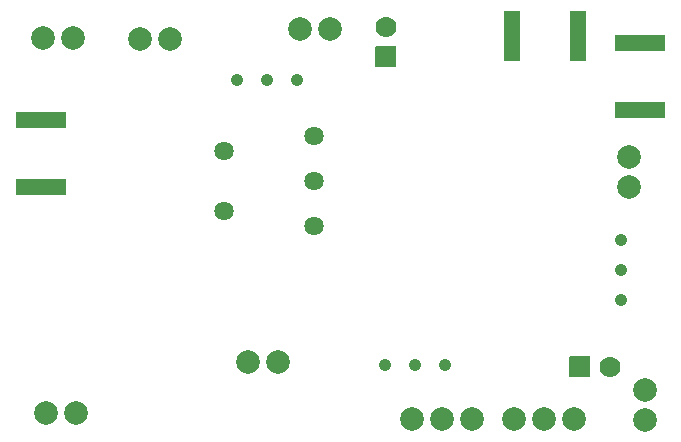
<source format=gbr>
%TF.GenerationSoftware,KiCad,Pcbnew,(6.0.2)*%
%TF.CreationDate,2022-12-27T17:28:47-08:00*%
%TF.ProjectId,qsd_revB,7173645f-7265-4764-922e-6b696361645f,rev?*%
%TF.SameCoordinates,Original*%
%TF.FileFunction,Soldermask,Bot*%
%TF.FilePolarity,Negative*%
%FSLAX46Y46*%
G04 Gerber Fmt 4.6, Leading zero omitted, Abs format (unit mm)*
G04 Created by KiCad (PCBNEW (6.0.2)) date 2022-12-27 17:28:47*
%MOMM*%
%LPD*%
G01*
G04 APERTURE LIST*
G04 Aperture macros list*
%AMRoundRect*
0 Rectangle with rounded corners*
0 $1 Rounding radius*
0 $2 $3 $4 $5 $6 $7 $8 $9 X,Y pos of 4 corners*
0 Add a 4 corners polygon primitive as box body*
4,1,4,$2,$3,$4,$5,$6,$7,$8,$9,$2,$3,0*
0 Add four circle primitives for the rounded corners*
1,1,$1+$1,$2,$3*
1,1,$1+$1,$4,$5*
1,1,$1+$1,$6,$7*
1,1,$1+$1,$8,$9*
0 Add four rect primitives between the rounded corners*
20,1,$1+$1,$2,$3,$4,$5,0*
20,1,$1+$1,$4,$5,$6,$7,0*
20,1,$1+$1,$6,$7,$8,$9,0*
20,1,$1+$1,$8,$9,$2,$3,0*%
G04 Aperture macros list end*
%ADD10C,2.006600*%
%ADD11R,1.350000X4.200000*%
%ADD12R,4.200000X1.350000*%
%ADD13C,1.041400*%
%ADD14C,1.627000*%
%ADD15C,1.778000*%
%ADD16RoundRect,0.063500X0.825500X0.825500X-0.825500X0.825500X-0.825500X-0.825500X0.825500X-0.825500X0*%
%ADD17RoundRect,0.063500X-0.825500X0.825500X-0.825500X-0.825500X0.825500X-0.825500X0.825500X0.825500X0*%
G04 APERTURE END LIST*
D10*
%TO.C,JP5*%
X140591100Y-90579600D03*
X138051100Y-90579600D03*
%TD*%
D11*
%TO.C,J3*%
X156001100Y-91154600D03*
X161651100Y-91154600D03*
%TD*%
D12*
%TO.C,J2*%
X116163600Y-98304600D03*
X116163600Y-103954600D03*
%TD*%
%TO.C,J1*%
X166888600Y-97429600D03*
X166888600Y-91779600D03*
%TD*%
D10*
%TO.C,JP7*%
X127071100Y-91429600D03*
X124531100Y-91429600D03*
%TD*%
D13*
%TO.C,R3*%
X150341100Y-119079600D03*
X147801100Y-119079600D03*
X145261100Y-119079600D03*
%TD*%
D14*
%TO.C,T1*%
X139236100Y-103454600D03*
X139236100Y-107264600D03*
X139236100Y-99644600D03*
X131616100Y-105994600D03*
X131616100Y-100914600D03*
%TD*%
D15*
%TO.C,C19*%
X164296100Y-119254600D03*
D16*
X161756100Y-119254600D03*
%TD*%
D15*
%TO.C,C7*%
X145401100Y-90459600D03*
D17*
X145401100Y-92999600D03*
%TD*%
D10*
%TO.C,JP8*%
X152641100Y-123629600D03*
X150101100Y-123629600D03*
X147561100Y-123629600D03*
%TD*%
%TO.C,JP4*%
X165951100Y-104019600D03*
X165951100Y-101479600D03*
%TD*%
%TO.C,JP6*%
X133706100Y-118754600D03*
X136246100Y-118754600D03*
%TD*%
%TO.C,JP1*%
X118846100Y-91354600D03*
X116306100Y-91354600D03*
%TD*%
%TO.C,JP2*%
X116556100Y-123104600D03*
X119096100Y-123104600D03*
%TD*%
%TO.C,JP3*%
X167296100Y-121134600D03*
X167296100Y-123674600D03*
%TD*%
D13*
%TO.C,R9*%
X132761100Y-94929600D03*
X135301100Y-94929600D03*
X137841100Y-94929600D03*
%TD*%
%TO.C,R32*%
X165251100Y-108439600D03*
X165251100Y-110979600D03*
X165251100Y-113519600D03*
%TD*%
D10*
%TO.C,JP9*%
X156246100Y-123604600D03*
X158786100Y-123604600D03*
X161326100Y-123604600D03*
%TD*%
M02*

</source>
